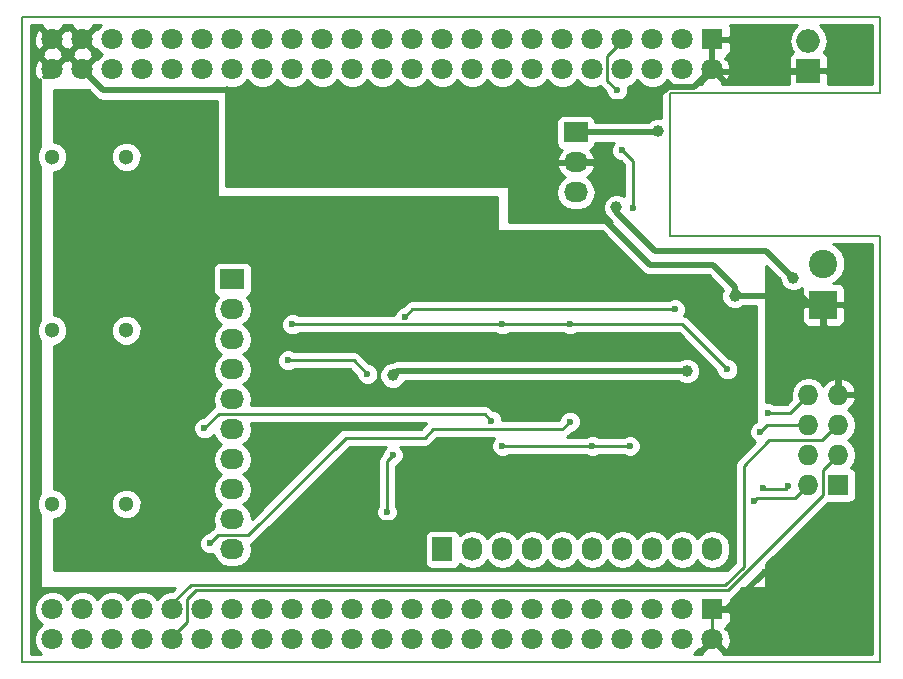
<source format=gbr>
G04 #@! TF.FileFunction,Copper,L2,Bot,Signal*
%FSLAX46Y46*%
G04 Gerber Fmt 4.6, Leading zero omitted, Abs format (unit mm)*
G04 Created by KiCad (PCBNEW 4.0.2+dfsg1-stable) date Fri 21 Oct 2016 21:41:57 CEST*
%MOMM*%
G01*
G04 APERTURE LIST*
%ADD10C,0.100000*%
%ADD11C,0.150000*%
%ADD12R,1.727200X1.727200*%
%ADD13O,1.727200X1.727200*%
%ADD14R,1.800000X1.800000*%
%ADD15C,1.800000*%
%ADD16R,2.032000X1.727200*%
%ADD17O,2.032000X1.727200*%
%ADD18R,1.727200X2.032000*%
%ADD19O,1.727200X2.032000*%
%ADD20O,1.998980X1.998980*%
%ADD21R,1.998980X1.998980*%
%ADD22C,1.300000*%
%ADD23C,2.400000*%
%ADD24R,2.400000X2.400000*%
%ADD25C,0.600000*%
%ADD26C,1.000000*%
%ADD27C,0.250000*%
%ADD28C,0.500000*%
%ADD29C,0.254000*%
G04 APERTURE END LIST*
D10*
D11*
X72644000Y48196500D02*
X72644000Y54610000D01*
X72644000Y36068000D02*
X72644000Y0D01*
X54800500Y36068000D02*
X72644000Y36068000D01*
X54800500Y48196500D02*
X54800500Y36068000D01*
X72644000Y48196500D02*
X54800500Y48196500D01*
X72644000Y0D02*
X0Y0D01*
X0Y54610000D02*
X72644000Y54610000D01*
X0Y0D02*
X0Y54610000D01*
D12*
X69088000Y14986000D03*
D13*
X66548000Y14986000D03*
X69088000Y17526000D03*
X66548000Y17526000D03*
X69088000Y20066000D03*
X66548000Y20066000D03*
X69088000Y22606000D03*
X66548000Y22606000D03*
D14*
X58420000Y52705000D03*
D15*
X58420000Y50165000D03*
X55880000Y52705000D03*
X55880000Y50165000D03*
X53340000Y52705000D03*
X53340000Y50165000D03*
X50800000Y52705000D03*
X50800000Y50165000D03*
X48260000Y52705000D03*
X48260000Y50165000D03*
X45720000Y52705000D03*
X45720000Y50165000D03*
X43180000Y52705000D03*
X43180000Y50165000D03*
X40640000Y52705000D03*
X40640000Y50165000D03*
X38100000Y52705000D03*
X38100000Y50165000D03*
X35560000Y52705000D03*
X35560000Y50165000D03*
X33020000Y52705000D03*
X33020000Y50165000D03*
X30480000Y52705000D03*
X30480000Y50165000D03*
X27940000Y52705000D03*
X27940000Y50165000D03*
X25400000Y52705000D03*
X25400000Y50165000D03*
X22860000Y52705000D03*
X22860000Y50165000D03*
X20320000Y52705000D03*
X20320000Y50165000D03*
X17780000Y52705000D03*
X17780000Y50165000D03*
X15240000Y52705000D03*
X15240000Y50165000D03*
X12700000Y52705000D03*
X12700000Y50165000D03*
X10160000Y52705000D03*
X10160000Y50165000D03*
X7620000Y52705000D03*
X7620000Y50165000D03*
X5080000Y52705000D03*
X5080000Y50165000D03*
X2540000Y52705000D03*
X2540000Y50165000D03*
D14*
X58420000Y4445000D03*
D15*
X58420000Y1905000D03*
X55880000Y4445000D03*
X55880000Y1905000D03*
X53340000Y4445000D03*
X53340000Y1905000D03*
X50800000Y4445000D03*
X50800000Y1905000D03*
X48260000Y4445000D03*
X48260000Y1905000D03*
X45720000Y4445000D03*
X45720000Y1905000D03*
X43180000Y4445000D03*
X43180000Y1905000D03*
X40640000Y4445000D03*
X40640000Y1905000D03*
X38100000Y4445000D03*
X38100000Y1905000D03*
X35560000Y4445000D03*
X35560000Y1905000D03*
X33020000Y4445000D03*
X33020000Y1905000D03*
X30480000Y4445000D03*
X30480000Y1905000D03*
X27940000Y4445000D03*
X27940000Y1905000D03*
X25400000Y4445000D03*
X25400000Y1905000D03*
X22860000Y4445000D03*
X22860000Y1905000D03*
X20320000Y4445000D03*
X20320000Y1905000D03*
X17780000Y4445000D03*
X17780000Y1905000D03*
X15240000Y4445000D03*
X15240000Y1905000D03*
X12700000Y4445000D03*
X12700000Y1905000D03*
X10160000Y4445000D03*
X10160000Y1905000D03*
X7620000Y4445000D03*
X7620000Y1905000D03*
X5080000Y4445000D03*
X5080000Y1905000D03*
X2540000Y4445000D03*
X2540000Y1905000D03*
D16*
X17780000Y32385000D03*
D17*
X17780000Y29845000D03*
X17780000Y27305000D03*
X17780000Y24765000D03*
X17780000Y22225000D03*
X17780000Y19685000D03*
X17780000Y17145000D03*
X17780000Y14605000D03*
X17780000Y12065000D03*
X17780000Y9525000D03*
D18*
X35560000Y9525000D03*
D19*
X38100000Y9525000D03*
X40640000Y9525000D03*
X43180000Y9525000D03*
X45720000Y9525000D03*
X48260000Y9525000D03*
X50800000Y9525000D03*
X53340000Y9525000D03*
X55880000Y9525000D03*
X58420000Y9525000D03*
D16*
X46863000Y44831000D03*
D17*
X46863000Y42291000D03*
X46863000Y39751000D03*
D20*
X66548000Y52578000D03*
D21*
X66548000Y50038000D03*
D22*
X2500000Y42775000D03*
X8800000Y42775000D03*
X2500000Y28075000D03*
X8800000Y28075000D03*
X2500000Y13375000D03*
X8800000Y13375000D03*
D23*
X67818000Y33726000D03*
D24*
X67818000Y30226000D03*
D25*
X51435000Y18288000D03*
X22860000Y28575000D03*
X40640000Y28575000D03*
X46355000Y28575000D03*
X59690000Y24765000D03*
X30861000Y12700000D03*
X31369000Y17526000D03*
X40640000Y18288000D03*
X48260000Y18288000D03*
D26*
X50546000Y40068500D03*
X33629600Y48285400D03*
X44386500Y48577500D03*
X60325000Y30988000D03*
X56261000Y24638000D03*
X31369000Y24257000D03*
D25*
X62865000Y7620000D03*
X15417800Y19786600D03*
X39700200Y20421600D03*
X22479000Y25527000D03*
X29210000Y24384000D03*
X15875000Y10033000D03*
X46355000Y20345400D03*
D26*
X53784500Y44958000D03*
D25*
X50355500Y48387000D03*
X50800000Y43307000D03*
X51689000Y38417500D03*
X55245000Y29845000D03*
X32385000Y29210000D03*
D26*
X65278000Y32512000D03*
X50292000Y38481000D03*
D25*
X64846200Y14884400D03*
X62712600Y14757400D03*
X63119000Y21082000D03*
X61976000Y13589000D03*
X62458600Y19481800D03*
X56134000Y32258000D03*
X43180000Y32004000D03*
X31750000Y32004000D03*
X21336000Y33020000D03*
X27178000Y20066000D03*
X27178000Y15494000D03*
X32766000Y20066000D03*
X21590000Y19812000D03*
X20828000Y14224000D03*
X22402800Y11912600D03*
X56743600Y14655800D03*
X12674600Y15976600D03*
X12903200Y25095200D03*
X12598400Y31292800D03*
X12877800Y40055800D03*
X60261500Y26352500D03*
X60325000Y28956000D03*
D27*
X48260000Y18288000D02*
X51435000Y18288000D01*
X40640000Y28575000D02*
X22860000Y28575000D01*
X46355000Y28575000D02*
X40640000Y28575000D01*
X55880000Y28575000D02*
X46355000Y28575000D01*
X59690000Y24765000D02*
X55880000Y28575000D01*
X30861000Y17018000D02*
X30861000Y12700000D01*
X31369000Y17526000D02*
X30861000Y17018000D01*
X48260000Y18288000D02*
X40640000Y18288000D01*
D28*
X48888650Y41840150D02*
X48888650Y41725850D01*
X48888650Y41725850D02*
X50546000Y40068500D01*
X67818000Y30226000D02*
X67818000Y25400000D01*
X69088000Y24130000D02*
X69088000Y22606000D01*
X67818000Y25400000D02*
X69088000Y24130000D01*
X67818000Y30226000D02*
X66675000Y30226000D01*
X66675000Y30226000D02*
X65913000Y30988000D01*
X65913000Y30988000D02*
X60325000Y30988000D01*
X6832600Y48412400D02*
X5080000Y50165000D01*
X33502600Y48412400D02*
X6832600Y48412400D01*
X33629600Y48285400D02*
X33502600Y48412400D01*
X60325000Y30988000D02*
X60325000Y31750000D01*
X48437800Y42291000D02*
X46926500Y42291000D01*
X48920400Y41808400D02*
X48888650Y41840150D01*
X48888650Y41840150D02*
X48437800Y42291000D01*
X48920400Y37820600D02*
X48920400Y41808400D01*
X53124100Y33616900D02*
X48920400Y37820600D01*
X58458100Y33616900D02*
X53124100Y33616900D01*
X60325000Y31750000D02*
X58458100Y33616900D01*
X58420000Y50165000D02*
X58356500Y50165000D01*
X58356500Y50165000D02*
X56896000Y48704500D01*
X45593000Y47371000D02*
X44386500Y48577500D01*
X53340000Y47371000D02*
X45593000Y47371000D01*
X54673500Y48704500D02*
X53340000Y47371000D01*
X56896000Y48704500D02*
X54673500Y48704500D01*
X47752000Y42291000D02*
X46926500Y42291000D01*
X66357500Y49974500D02*
X58610500Y49974500D01*
X58610500Y49974500D02*
X58420000Y50165000D01*
X58420000Y50165000D02*
X58420000Y52705000D01*
X60579000Y31242000D02*
X60325000Y30988000D01*
X31750000Y24638000D02*
X56261000Y24638000D01*
X31369000Y24257000D02*
X31750000Y24638000D01*
D27*
X58420000Y4445000D02*
X58420000Y1905000D01*
D28*
X59690000Y4445000D02*
X58420000Y4445000D01*
X62865000Y7620000D02*
X59690000Y4445000D01*
D27*
X16611600Y20980400D02*
X15417800Y19786600D01*
X39141400Y20980400D02*
X16611600Y20980400D01*
X39700200Y20421600D02*
X39141400Y20980400D01*
X28067000Y25527000D02*
X22479000Y25527000D01*
X29210000Y24384000D02*
X28067000Y25527000D01*
X16560800Y10718800D02*
X15875000Y10033000D01*
X19100800Y10718800D02*
X16560800Y10718800D01*
X27381200Y18999200D02*
X19100800Y10718800D01*
X34061400Y18999200D02*
X27381200Y18999200D01*
X34747200Y19685000D02*
X34061400Y18999200D01*
X45694600Y19685000D02*
X34747200Y19685000D01*
X46355000Y20345400D02*
X45694600Y19685000D01*
D28*
X53657500Y44831000D02*
X46863000Y44831000D01*
X53784500Y44958000D02*
X53657500Y44831000D01*
D27*
X49530000Y49212500D02*
X50355500Y48387000D01*
X49530000Y51308000D02*
X49530000Y49212500D01*
X49530000Y51308000D02*
X50800000Y52578000D01*
X51689000Y38417500D02*
X51689000Y42418000D01*
X51689000Y42418000D02*
X50800000Y43307000D01*
X50800000Y52705000D02*
X50800000Y52578000D01*
X33020000Y29845000D02*
X55245000Y29845000D01*
X32385000Y29210000D02*
X33020000Y29845000D01*
D28*
X62992000Y34798000D02*
X53594000Y34798000D01*
X65278000Y32512000D02*
X62992000Y34798000D01*
X50292000Y38100000D02*
X50292000Y38481000D01*
X53594000Y34798000D02*
X50292000Y38100000D01*
D27*
X62712600Y14757400D02*
X62814200Y14655800D01*
X64846200Y14884400D02*
X64617600Y14655800D01*
X64617600Y14655800D02*
X62814200Y14655800D01*
X63119000Y21082000D02*
X65024000Y21082000D01*
X65024000Y21082000D02*
X66548000Y22606000D01*
X65405000Y13843000D02*
X66548000Y14986000D01*
X62230000Y13843000D02*
X65405000Y13843000D01*
X61976000Y13589000D02*
X62230000Y13843000D01*
X66548000Y20066000D02*
X63042800Y20066000D01*
X63042800Y20066000D02*
X62458600Y19481800D01*
X67792600Y14147800D02*
X67792600Y16230600D01*
X59715400Y6070600D02*
X67792600Y14147800D01*
X14706600Y6070600D02*
X59715400Y6070600D01*
X13970000Y5334000D02*
X14706600Y6070600D01*
X13970000Y3352800D02*
X13970000Y5334000D01*
X12700000Y2082800D02*
X13970000Y3352800D01*
X67792600Y16230600D02*
X69088000Y17526000D01*
X12700000Y1905000D02*
X12700000Y2082800D01*
X63119000Y18669000D02*
X63246000Y18796000D01*
X12700000Y4953000D02*
X14267602Y6520602D01*
X59529004Y6520602D02*
X14267602Y6520602D01*
X61087000Y8078598D02*
X59529004Y6520602D01*
X61087000Y16611600D02*
X61087000Y8078598D01*
X63119000Y18669000D02*
X61087000Y16611600D01*
X67691000Y18796000D02*
X68961000Y20066000D01*
X63246000Y18796000D02*
X67691000Y18796000D01*
X68961000Y20066000D02*
X69088000Y20066000D01*
X12700000Y4953000D02*
X12700000Y4445000D01*
X56134000Y32258000D02*
X57023000Y32258000D01*
X57023000Y32258000D02*
X60325000Y28956000D01*
X43180000Y32004000D02*
X55880000Y32004000D01*
X55880000Y32004000D02*
X56134000Y32258000D01*
X31750000Y32004000D02*
X43180000Y32004000D01*
X22352000Y32004000D02*
X31750000Y32004000D01*
X21336000Y33020000D02*
X22352000Y32004000D01*
X32766000Y20066000D02*
X27178000Y20066000D01*
X27178000Y11912600D02*
X27178000Y15494000D01*
X21590000Y19812000D02*
X21590000Y19558000D01*
X54000400Y11912600D02*
X27178000Y11912600D01*
X27178000Y11912600D02*
X22402800Y11912600D01*
X56743600Y14655800D02*
X54000400Y11912600D01*
X12674600Y24866600D02*
X12674600Y15976600D01*
X12903200Y25095200D02*
X12674600Y24866600D01*
X12598400Y39776400D02*
X12598400Y31292800D01*
X12877800Y40055800D02*
X12598400Y39776400D01*
X60261500Y26352500D02*
X60325000Y26416000D01*
X60325000Y26416000D02*
X60325000Y28956000D01*
D29*
G36*
X6206808Y47786613D02*
X6206810Y47786610D01*
X6493925Y47594767D01*
X6550116Y47583590D01*
X6832600Y47527399D01*
X6832605Y47527400D01*
X16510000Y47527400D01*
X16510000Y39497000D01*
X16520006Y39447590D01*
X16548447Y39405965D01*
X16590841Y39378685D01*
X16637000Y39370000D01*
X40195500Y39370000D01*
X40195500Y36576000D01*
X40205506Y36526590D01*
X40233947Y36484965D01*
X40276341Y36457685D01*
X40322500Y36449000D01*
X49040420Y36449000D01*
X52498308Y32991113D01*
X52498310Y32991110D01*
X52690154Y32862925D01*
X52785426Y32799266D01*
X53124100Y32731899D01*
X53124105Y32731900D01*
X58091520Y32731900D01*
X59312978Y31510443D01*
X59190197Y31214756D01*
X59189803Y30763225D01*
X59362233Y30345914D01*
X59681235Y30026355D01*
X60098244Y29853197D01*
X60549775Y29852803D01*
X60967086Y30025233D01*
X61044989Y30103000D01*
X62103000Y30103000D01*
X62103000Y20346541D01*
X61929657Y20274917D01*
X61666408Y20012127D01*
X61523762Y19668599D01*
X61523438Y19296633D01*
X61665483Y18952857D01*
X61928273Y18689608D01*
X62029607Y18647530D01*
X60546271Y17145653D01*
X60465892Y17023725D01*
X60384852Y16902439D01*
X60384383Y16900081D01*
X60383059Y16898073D01*
X60355475Y16754750D01*
X60327000Y16611600D01*
X60327000Y8393400D01*
X59680600Y7747000D01*
X2667000Y7747000D01*
X2667000Y12089853D01*
X2754481Y12089777D01*
X3226943Y12284995D01*
X3588735Y12646155D01*
X3784777Y13118276D01*
X3784778Y13120519D01*
X7514777Y13120519D01*
X7709995Y12648057D01*
X8071155Y12286265D01*
X8543276Y12090223D01*
X9054481Y12089777D01*
X9526943Y12284995D01*
X9888735Y12646155D01*
X10084777Y13118276D01*
X10085223Y13629481D01*
X9890005Y14101943D01*
X9528845Y14463735D01*
X9056724Y14659777D01*
X8545519Y14660223D01*
X8073057Y14465005D01*
X7711265Y14103845D01*
X7515223Y13631724D01*
X7514777Y13120519D01*
X3784778Y13120519D01*
X3785223Y13629481D01*
X3590005Y14101943D01*
X3228845Y14463735D01*
X2756724Y14659777D01*
X2667000Y14659855D01*
X2667000Y19601433D01*
X14482638Y19601433D01*
X14624683Y19257657D01*
X14887473Y18994408D01*
X15231001Y18851762D01*
X15602967Y18851438D01*
X15946743Y18993483D01*
X16186582Y19232904D01*
X16210729Y19111511D01*
X16535585Y18625330D01*
X16850366Y18415000D01*
X16535585Y18204670D01*
X16210729Y17718489D01*
X16096655Y17145000D01*
X16210729Y16571511D01*
X16535585Y16085330D01*
X16850366Y15875000D01*
X16535585Y15664670D01*
X16210729Y15178489D01*
X16096655Y14605000D01*
X16210729Y14031511D01*
X16535585Y13545330D01*
X16850366Y13335000D01*
X16535585Y13124670D01*
X16210729Y12638489D01*
X16096655Y12065000D01*
X16210729Y11491511D01*
X16261607Y11415366D01*
X16023399Y11256201D01*
X15735320Y10968122D01*
X15689833Y10968162D01*
X15346057Y10826117D01*
X15082808Y10563327D01*
X14940162Y10219799D01*
X14939838Y9847833D01*
X15081883Y9504057D01*
X15344673Y9240808D01*
X15688201Y9098162D01*
X16060167Y9097838D01*
X16172399Y9144211D01*
X16210729Y8951511D01*
X16535585Y8465330D01*
X17021766Y8140474D01*
X17595255Y8026400D01*
X17964745Y8026400D01*
X18538234Y8140474D01*
X19024415Y8465330D01*
X19349271Y8951511D01*
X19463345Y9525000D01*
X19366542Y10011660D01*
X19391639Y10016652D01*
X19638201Y10181399D01*
X19997802Y10541000D01*
X34048960Y10541000D01*
X34048960Y8509000D01*
X34093238Y8273683D01*
X34232310Y8057559D01*
X34444510Y7912569D01*
X34696400Y7861560D01*
X36423600Y7861560D01*
X36658917Y7905838D01*
X36875041Y8044910D01*
X37020031Y8257110D01*
X37028400Y8298439D01*
X37040330Y8280585D01*
X37526511Y7955729D01*
X38100000Y7841655D01*
X38673489Y7955729D01*
X39159670Y8280585D01*
X39370000Y8595366D01*
X39580330Y8280585D01*
X40066511Y7955729D01*
X40640000Y7841655D01*
X41213489Y7955729D01*
X41699670Y8280585D01*
X41910000Y8595366D01*
X42120330Y8280585D01*
X42606511Y7955729D01*
X43180000Y7841655D01*
X43753489Y7955729D01*
X44239670Y8280585D01*
X44450000Y8595366D01*
X44660330Y8280585D01*
X45146511Y7955729D01*
X45720000Y7841655D01*
X46293489Y7955729D01*
X46779670Y8280585D01*
X46990000Y8595366D01*
X47200330Y8280585D01*
X47686511Y7955729D01*
X48260000Y7841655D01*
X48833489Y7955729D01*
X49319670Y8280585D01*
X49530000Y8595366D01*
X49740330Y8280585D01*
X50226511Y7955729D01*
X50800000Y7841655D01*
X51373489Y7955729D01*
X51859670Y8280585D01*
X52070000Y8595366D01*
X52280330Y8280585D01*
X52766511Y7955729D01*
X53340000Y7841655D01*
X53913489Y7955729D01*
X54399670Y8280585D01*
X54610000Y8595366D01*
X54820330Y8280585D01*
X55306511Y7955729D01*
X55880000Y7841655D01*
X56453489Y7955729D01*
X56939670Y8280585D01*
X57150000Y8595366D01*
X57360330Y8280585D01*
X57846511Y7955729D01*
X58420000Y7841655D01*
X58993489Y7955729D01*
X59479670Y8280585D01*
X59804526Y8766766D01*
X59918600Y9340255D01*
X59918600Y9709745D01*
X59804526Y10283234D01*
X59479670Y10769415D01*
X58993489Y11094271D01*
X58420000Y11208345D01*
X57846511Y11094271D01*
X57360330Y10769415D01*
X57150000Y10454634D01*
X56939670Y10769415D01*
X56453489Y11094271D01*
X55880000Y11208345D01*
X55306511Y11094271D01*
X54820330Y10769415D01*
X54610000Y10454634D01*
X54399670Y10769415D01*
X53913489Y11094271D01*
X53340000Y11208345D01*
X52766511Y11094271D01*
X52280330Y10769415D01*
X52070000Y10454634D01*
X51859670Y10769415D01*
X51373489Y11094271D01*
X50800000Y11208345D01*
X50226511Y11094271D01*
X49740330Y10769415D01*
X49530000Y10454634D01*
X49319670Y10769415D01*
X48833489Y11094271D01*
X48260000Y11208345D01*
X47686511Y11094271D01*
X47200330Y10769415D01*
X46990000Y10454634D01*
X46779670Y10769415D01*
X46293489Y11094271D01*
X45720000Y11208345D01*
X45146511Y11094271D01*
X44660330Y10769415D01*
X44450000Y10454634D01*
X44239670Y10769415D01*
X43753489Y11094271D01*
X43180000Y11208345D01*
X42606511Y11094271D01*
X42120330Y10769415D01*
X41910000Y10454634D01*
X41699670Y10769415D01*
X41213489Y11094271D01*
X40640000Y11208345D01*
X40066511Y11094271D01*
X39580330Y10769415D01*
X39370000Y10454634D01*
X39159670Y10769415D01*
X38673489Y11094271D01*
X38100000Y11208345D01*
X37526511Y11094271D01*
X37040330Y10769415D01*
X37030757Y10755087D01*
X37026762Y10776317D01*
X36887690Y10992441D01*
X36675490Y11137431D01*
X36423600Y11188440D01*
X34696400Y11188440D01*
X34461083Y11144162D01*
X34244959Y11005090D01*
X34099969Y10792890D01*
X34048960Y10541000D01*
X19997802Y10541000D01*
X27696002Y18239200D01*
X30760000Y18239200D01*
X30576808Y18056327D01*
X30434162Y17712799D01*
X30434121Y17665923D01*
X30323599Y17555401D01*
X30158852Y17308839D01*
X30101000Y17018000D01*
X30101000Y13262463D01*
X30068808Y13230327D01*
X29926162Y12886799D01*
X29925838Y12514833D01*
X30067883Y12171057D01*
X30330673Y11907808D01*
X30674201Y11765162D01*
X31046167Y11764838D01*
X31389943Y11906883D01*
X31653192Y12169673D01*
X31795838Y12513201D01*
X31796162Y12885167D01*
X31654117Y13228943D01*
X31621000Y13262118D01*
X31621000Y16618453D01*
X31897943Y16732883D01*
X32161192Y16995673D01*
X32303838Y17339201D01*
X32304162Y17711167D01*
X32162117Y18054943D01*
X31978181Y18239200D01*
X34061400Y18239200D01*
X34352239Y18297052D01*
X34598801Y18461799D01*
X35062002Y18925000D01*
X39954667Y18925000D01*
X39847808Y18818327D01*
X39705162Y18474799D01*
X39704838Y18102833D01*
X39846883Y17759057D01*
X40109673Y17495808D01*
X40453201Y17353162D01*
X40825167Y17352838D01*
X41168943Y17494883D01*
X41202118Y17528000D01*
X47697537Y17528000D01*
X47729673Y17495808D01*
X48073201Y17353162D01*
X48445167Y17352838D01*
X48788943Y17494883D01*
X48822118Y17528000D01*
X50872537Y17528000D01*
X50904673Y17495808D01*
X51248201Y17353162D01*
X51620167Y17352838D01*
X51963943Y17494883D01*
X52227192Y17757673D01*
X52369838Y18101201D01*
X52370162Y18473167D01*
X52228117Y18816943D01*
X51965327Y19080192D01*
X51621799Y19222838D01*
X51249833Y19223162D01*
X50906057Y19081117D01*
X50872882Y19048000D01*
X48822463Y19048000D01*
X48790327Y19080192D01*
X48446799Y19222838D01*
X48074833Y19223162D01*
X47731057Y19081117D01*
X47697882Y19048000D01*
X46082940Y19048000D01*
X46232001Y19147599D01*
X46494680Y19410278D01*
X46540167Y19410238D01*
X46883943Y19552283D01*
X47147192Y19815073D01*
X47289838Y20158601D01*
X47290162Y20530567D01*
X47148117Y20874343D01*
X46885327Y21137592D01*
X46541799Y21280238D01*
X46169833Y21280562D01*
X45826057Y21138517D01*
X45562808Y20875727D01*
X45420162Y20532199D01*
X45420121Y20485323D01*
X45379798Y20445000D01*
X40635221Y20445000D01*
X40635362Y20606767D01*
X40493317Y20950543D01*
X40230527Y21213792D01*
X39886999Y21356438D01*
X39840123Y21356479D01*
X39678801Y21517801D01*
X39432239Y21682548D01*
X39141400Y21740400D01*
X19366952Y21740400D01*
X19463345Y22225000D01*
X19349271Y22798489D01*
X19024415Y23284670D01*
X18709634Y23495000D01*
X19024415Y23705330D01*
X19349271Y24191511D01*
X19463345Y24765000D01*
X19349271Y25338489D01*
X19347037Y25341833D01*
X21543838Y25341833D01*
X21685883Y24998057D01*
X21948673Y24734808D01*
X22292201Y24592162D01*
X22664167Y24591838D01*
X23007943Y24733883D01*
X23041118Y24767000D01*
X27752198Y24767000D01*
X28274878Y24244320D01*
X28274838Y24198833D01*
X28416883Y23855057D01*
X28679673Y23591808D01*
X29023201Y23449162D01*
X29395167Y23448838D01*
X29738943Y23590883D01*
X30002192Y23853673D01*
X30076333Y24032225D01*
X30233803Y24032225D01*
X30406233Y23614914D01*
X30725235Y23295355D01*
X31142244Y23122197D01*
X31593775Y23121803D01*
X32011086Y23294233D01*
X32330645Y23613235D01*
X32388681Y23753000D01*
X55540724Y23753000D01*
X55617235Y23676355D01*
X56034244Y23503197D01*
X56485775Y23502803D01*
X56903086Y23675233D01*
X57222645Y23994235D01*
X57395803Y24411244D01*
X57396197Y24862775D01*
X57223767Y25280086D01*
X56904765Y25599645D01*
X56487756Y25772803D01*
X56036225Y25773197D01*
X55618914Y25600767D01*
X55541011Y25523000D01*
X31750000Y25523000D01*
X31411325Y25455633D01*
X31316161Y25392047D01*
X31144225Y25392197D01*
X30726914Y25219767D01*
X30407355Y24900765D01*
X30234197Y24483756D01*
X30233803Y24032225D01*
X30076333Y24032225D01*
X30144838Y24197201D01*
X30145162Y24569167D01*
X30003117Y24912943D01*
X29740327Y25176192D01*
X29396799Y25318838D01*
X29349923Y25318879D01*
X28604401Y26064401D01*
X28357839Y26229148D01*
X28067000Y26287000D01*
X23041463Y26287000D01*
X23009327Y26319192D01*
X22665799Y26461838D01*
X22293833Y26462162D01*
X21950057Y26320117D01*
X21686808Y26057327D01*
X21544162Y25713799D01*
X21543838Y25341833D01*
X19347037Y25341833D01*
X19024415Y25824670D01*
X18709634Y26035000D01*
X19024415Y26245330D01*
X19349271Y26731511D01*
X19463345Y27305000D01*
X19349271Y27878489D01*
X19024415Y28364670D01*
X18986756Y28389833D01*
X21924838Y28389833D01*
X22066883Y28046057D01*
X22329673Y27782808D01*
X22673201Y27640162D01*
X23045167Y27639838D01*
X23388943Y27781883D01*
X23422118Y27815000D01*
X40077537Y27815000D01*
X40109673Y27782808D01*
X40453201Y27640162D01*
X40825167Y27639838D01*
X41168943Y27781883D01*
X41202118Y27815000D01*
X45792537Y27815000D01*
X45824673Y27782808D01*
X46168201Y27640162D01*
X46540167Y27639838D01*
X46883943Y27781883D01*
X46917118Y27815000D01*
X55565198Y27815000D01*
X58754878Y24625320D01*
X58754838Y24579833D01*
X58896883Y24236057D01*
X59159673Y23972808D01*
X59503201Y23830162D01*
X59875167Y23829838D01*
X60218943Y23971883D01*
X60482192Y24234673D01*
X60624838Y24578201D01*
X60625162Y24950167D01*
X60483117Y25293943D01*
X60220327Y25557192D01*
X59876799Y25699838D01*
X59829923Y25699879D01*
X56417401Y29112401D01*
X56170839Y29277148D01*
X56028053Y29305550D01*
X56037192Y29314673D01*
X56179838Y29658201D01*
X56180162Y30030167D01*
X56038117Y30373943D01*
X55775327Y30637192D01*
X55431799Y30779838D01*
X55059833Y30780162D01*
X54716057Y30638117D01*
X54682882Y30605000D01*
X33020000Y30605000D01*
X32729161Y30547148D01*
X32482599Y30382401D01*
X32245320Y30145122D01*
X32199833Y30145162D01*
X31856057Y30003117D01*
X31592808Y29740327D01*
X31450162Y29396799D01*
X31450108Y29335000D01*
X23422463Y29335000D01*
X23390327Y29367192D01*
X23046799Y29509838D01*
X22674833Y29510162D01*
X22331057Y29368117D01*
X22067808Y29105327D01*
X21925162Y28761799D01*
X21924838Y28389833D01*
X18986756Y28389833D01*
X18709634Y28575000D01*
X19024415Y28785330D01*
X19349271Y29271511D01*
X19463345Y29845000D01*
X19349271Y30418489D01*
X19024415Y30904670D01*
X19010087Y30914243D01*
X19031317Y30918238D01*
X19247441Y31057310D01*
X19392431Y31269510D01*
X19443440Y31521400D01*
X19443440Y33248600D01*
X19399162Y33483917D01*
X19260090Y33700041D01*
X19047890Y33845031D01*
X18796000Y33896040D01*
X16764000Y33896040D01*
X16528683Y33851762D01*
X16312559Y33712690D01*
X16167569Y33500490D01*
X16116560Y33248600D01*
X16116560Y31521400D01*
X16160838Y31286083D01*
X16299910Y31069959D01*
X16512110Y30924969D01*
X16553439Y30916600D01*
X16535585Y30904670D01*
X16210729Y30418489D01*
X16096655Y29845000D01*
X16210729Y29271511D01*
X16535585Y28785330D01*
X16850366Y28575000D01*
X16535585Y28364670D01*
X16210729Y27878489D01*
X16096655Y27305000D01*
X16210729Y26731511D01*
X16535585Y26245330D01*
X16850366Y26035000D01*
X16535585Y25824670D01*
X16210729Y25338489D01*
X16096655Y24765000D01*
X16210729Y24191511D01*
X16535585Y23705330D01*
X16850366Y23495000D01*
X16535585Y23284670D01*
X16210729Y22798489D01*
X16096655Y22225000D01*
X16210729Y21651511D01*
X16230354Y21622140D01*
X16074199Y21517801D01*
X15278120Y20721722D01*
X15232633Y20721762D01*
X14888857Y20579717D01*
X14625608Y20316927D01*
X14482962Y19973399D01*
X14482638Y19601433D01*
X2667000Y19601433D01*
X2667000Y26789853D01*
X2754481Y26789777D01*
X3226943Y26984995D01*
X3588735Y27346155D01*
X3784777Y27818276D01*
X3784778Y27820519D01*
X7514777Y27820519D01*
X7709995Y27348057D01*
X8071155Y26986265D01*
X8543276Y26790223D01*
X9054481Y26789777D01*
X9526943Y26984995D01*
X9888735Y27346155D01*
X10084777Y27818276D01*
X10085223Y28329481D01*
X9890005Y28801943D01*
X9528845Y29163735D01*
X9056724Y29359777D01*
X8545519Y29360223D01*
X8073057Y29165005D01*
X7711265Y28803845D01*
X7515223Y28331724D01*
X7514777Y27820519D01*
X3784778Y27820519D01*
X3785223Y28329481D01*
X3590005Y28801943D01*
X3228845Y29163735D01*
X2756724Y29359777D01*
X2667000Y29359855D01*
X2667000Y41489853D01*
X2754481Y41489777D01*
X3226943Y41684995D01*
X3588735Y42046155D01*
X3784777Y42518276D01*
X3784778Y42520519D01*
X7514777Y42520519D01*
X7709995Y42048057D01*
X8071155Y41686265D01*
X8543276Y41490223D01*
X9054481Y41489777D01*
X9526943Y41684995D01*
X9888735Y42046155D01*
X10084777Y42518276D01*
X10085223Y43029481D01*
X9890005Y43501943D01*
X9528845Y43863735D01*
X9056724Y44059777D01*
X8545519Y44060223D01*
X8073057Y43865005D01*
X7711265Y43503845D01*
X7515223Y43031724D01*
X7514777Y42520519D01*
X3784778Y42520519D01*
X3785223Y43029481D01*
X3590005Y43501943D01*
X3228845Y43863735D01*
X2756724Y44059777D01*
X2667000Y44059855D01*
X2667000Y48387000D01*
X5606421Y48387000D01*
X6206808Y47786613D01*
X6206808Y47786613D01*
G37*
X6206808Y47786613D02*
X6206810Y47786610D01*
X6493925Y47594767D01*
X6550116Y47583590D01*
X6832600Y47527399D01*
X6832605Y47527400D01*
X16510000Y47527400D01*
X16510000Y39497000D01*
X16520006Y39447590D01*
X16548447Y39405965D01*
X16590841Y39378685D01*
X16637000Y39370000D01*
X40195500Y39370000D01*
X40195500Y36576000D01*
X40205506Y36526590D01*
X40233947Y36484965D01*
X40276341Y36457685D01*
X40322500Y36449000D01*
X49040420Y36449000D01*
X52498308Y32991113D01*
X52498310Y32991110D01*
X52690154Y32862925D01*
X52785426Y32799266D01*
X53124100Y32731899D01*
X53124105Y32731900D01*
X58091520Y32731900D01*
X59312978Y31510443D01*
X59190197Y31214756D01*
X59189803Y30763225D01*
X59362233Y30345914D01*
X59681235Y30026355D01*
X60098244Y29853197D01*
X60549775Y29852803D01*
X60967086Y30025233D01*
X61044989Y30103000D01*
X62103000Y30103000D01*
X62103000Y20346541D01*
X61929657Y20274917D01*
X61666408Y20012127D01*
X61523762Y19668599D01*
X61523438Y19296633D01*
X61665483Y18952857D01*
X61928273Y18689608D01*
X62029607Y18647530D01*
X60546271Y17145653D01*
X60465892Y17023725D01*
X60384852Y16902439D01*
X60384383Y16900081D01*
X60383059Y16898073D01*
X60355475Y16754750D01*
X60327000Y16611600D01*
X60327000Y8393400D01*
X59680600Y7747000D01*
X2667000Y7747000D01*
X2667000Y12089853D01*
X2754481Y12089777D01*
X3226943Y12284995D01*
X3588735Y12646155D01*
X3784777Y13118276D01*
X3784778Y13120519D01*
X7514777Y13120519D01*
X7709995Y12648057D01*
X8071155Y12286265D01*
X8543276Y12090223D01*
X9054481Y12089777D01*
X9526943Y12284995D01*
X9888735Y12646155D01*
X10084777Y13118276D01*
X10085223Y13629481D01*
X9890005Y14101943D01*
X9528845Y14463735D01*
X9056724Y14659777D01*
X8545519Y14660223D01*
X8073057Y14465005D01*
X7711265Y14103845D01*
X7515223Y13631724D01*
X7514777Y13120519D01*
X3784778Y13120519D01*
X3785223Y13629481D01*
X3590005Y14101943D01*
X3228845Y14463735D01*
X2756724Y14659777D01*
X2667000Y14659855D01*
X2667000Y19601433D01*
X14482638Y19601433D01*
X14624683Y19257657D01*
X14887473Y18994408D01*
X15231001Y18851762D01*
X15602967Y18851438D01*
X15946743Y18993483D01*
X16186582Y19232904D01*
X16210729Y19111511D01*
X16535585Y18625330D01*
X16850366Y18415000D01*
X16535585Y18204670D01*
X16210729Y17718489D01*
X16096655Y17145000D01*
X16210729Y16571511D01*
X16535585Y16085330D01*
X16850366Y15875000D01*
X16535585Y15664670D01*
X16210729Y15178489D01*
X16096655Y14605000D01*
X16210729Y14031511D01*
X16535585Y13545330D01*
X16850366Y13335000D01*
X16535585Y13124670D01*
X16210729Y12638489D01*
X16096655Y12065000D01*
X16210729Y11491511D01*
X16261607Y11415366D01*
X16023399Y11256201D01*
X15735320Y10968122D01*
X15689833Y10968162D01*
X15346057Y10826117D01*
X15082808Y10563327D01*
X14940162Y10219799D01*
X14939838Y9847833D01*
X15081883Y9504057D01*
X15344673Y9240808D01*
X15688201Y9098162D01*
X16060167Y9097838D01*
X16172399Y9144211D01*
X16210729Y8951511D01*
X16535585Y8465330D01*
X17021766Y8140474D01*
X17595255Y8026400D01*
X17964745Y8026400D01*
X18538234Y8140474D01*
X19024415Y8465330D01*
X19349271Y8951511D01*
X19463345Y9525000D01*
X19366542Y10011660D01*
X19391639Y10016652D01*
X19638201Y10181399D01*
X19997802Y10541000D01*
X34048960Y10541000D01*
X34048960Y8509000D01*
X34093238Y8273683D01*
X34232310Y8057559D01*
X34444510Y7912569D01*
X34696400Y7861560D01*
X36423600Y7861560D01*
X36658917Y7905838D01*
X36875041Y8044910D01*
X37020031Y8257110D01*
X37028400Y8298439D01*
X37040330Y8280585D01*
X37526511Y7955729D01*
X38100000Y7841655D01*
X38673489Y7955729D01*
X39159670Y8280585D01*
X39370000Y8595366D01*
X39580330Y8280585D01*
X40066511Y7955729D01*
X40640000Y7841655D01*
X41213489Y7955729D01*
X41699670Y8280585D01*
X41910000Y8595366D01*
X42120330Y8280585D01*
X42606511Y7955729D01*
X43180000Y7841655D01*
X43753489Y7955729D01*
X44239670Y8280585D01*
X44450000Y8595366D01*
X44660330Y8280585D01*
X45146511Y7955729D01*
X45720000Y7841655D01*
X46293489Y7955729D01*
X46779670Y8280585D01*
X46990000Y8595366D01*
X47200330Y8280585D01*
X47686511Y7955729D01*
X48260000Y7841655D01*
X48833489Y7955729D01*
X49319670Y8280585D01*
X49530000Y8595366D01*
X49740330Y8280585D01*
X50226511Y7955729D01*
X50800000Y7841655D01*
X51373489Y7955729D01*
X51859670Y8280585D01*
X52070000Y8595366D01*
X52280330Y8280585D01*
X52766511Y7955729D01*
X53340000Y7841655D01*
X53913489Y7955729D01*
X54399670Y8280585D01*
X54610000Y8595366D01*
X54820330Y8280585D01*
X55306511Y7955729D01*
X55880000Y7841655D01*
X56453489Y7955729D01*
X56939670Y8280585D01*
X57150000Y8595366D01*
X57360330Y8280585D01*
X57846511Y7955729D01*
X58420000Y7841655D01*
X58993489Y7955729D01*
X59479670Y8280585D01*
X59804526Y8766766D01*
X59918600Y9340255D01*
X59918600Y9709745D01*
X59804526Y10283234D01*
X59479670Y10769415D01*
X58993489Y11094271D01*
X58420000Y11208345D01*
X57846511Y11094271D01*
X57360330Y10769415D01*
X57150000Y10454634D01*
X56939670Y10769415D01*
X56453489Y11094271D01*
X55880000Y11208345D01*
X55306511Y11094271D01*
X54820330Y10769415D01*
X54610000Y10454634D01*
X54399670Y10769415D01*
X53913489Y11094271D01*
X53340000Y11208345D01*
X52766511Y11094271D01*
X52280330Y10769415D01*
X52070000Y10454634D01*
X51859670Y10769415D01*
X51373489Y11094271D01*
X50800000Y11208345D01*
X50226511Y11094271D01*
X49740330Y10769415D01*
X49530000Y10454634D01*
X49319670Y10769415D01*
X48833489Y11094271D01*
X48260000Y11208345D01*
X47686511Y11094271D01*
X47200330Y10769415D01*
X46990000Y10454634D01*
X46779670Y10769415D01*
X46293489Y11094271D01*
X45720000Y11208345D01*
X45146511Y11094271D01*
X44660330Y10769415D01*
X44450000Y10454634D01*
X44239670Y10769415D01*
X43753489Y11094271D01*
X43180000Y11208345D01*
X42606511Y11094271D01*
X42120330Y10769415D01*
X41910000Y10454634D01*
X41699670Y10769415D01*
X41213489Y11094271D01*
X40640000Y11208345D01*
X40066511Y11094271D01*
X39580330Y10769415D01*
X39370000Y10454634D01*
X39159670Y10769415D01*
X38673489Y11094271D01*
X38100000Y11208345D01*
X37526511Y11094271D01*
X37040330Y10769415D01*
X37030757Y10755087D01*
X37026762Y10776317D01*
X36887690Y10992441D01*
X36675490Y11137431D01*
X36423600Y11188440D01*
X34696400Y11188440D01*
X34461083Y11144162D01*
X34244959Y11005090D01*
X34099969Y10792890D01*
X34048960Y10541000D01*
X19997802Y10541000D01*
X27696002Y18239200D01*
X30760000Y18239200D01*
X30576808Y18056327D01*
X30434162Y17712799D01*
X30434121Y17665923D01*
X30323599Y17555401D01*
X30158852Y17308839D01*
X30101000Y17018000D01*
X30101000Y13262463D01*
X30068808Y13230327D01*
X29926162Y12886799D01*
X29925838Y12514833D01*
X30067883Y12171057D01*
X30330673Y11907808D01*
X30674201Y11765162D01*
X31046167Y11764838D01*
X31389943Y11906883D01*
X31653192Y12169673D01*
X31795838Y12513201D01*
X31796162Y12885167D01*
X31654117Y13228943D01*
X31621000Y13262118D01*
X31621000Y16618453D01*
X31897943Y16732883D01*
X32161192Y16995673D01*
X32303838Y17339201D01*
X32304162Y17711167D01*
X32162117Y18054943D01*
X31978181Y18239200D01*
X34061400Y18239200D01*
X34352239Y18297052D01*
X34598801Y18461799D01*
X35062002Y18925000D01*
X39954667Y18925000D01*
X39847808Y18818327D01*
X39705162Y18474799D01*
X39704838Y18102833D01*
X39846883Y17759057D01*
X40109673Y17495808D01*
X40453201Y17353162D01*
X40825167Y17352838D01*
X41168943Y17494883D01*
X41202118Y17528000D01*
X47697537Y17528000D01*
X47729673Y17495808D01*
X48073201Y17353162D01*
X48445167Y17352838D01*
X48788943Y17494883D01*
X48822118Y17528000D01*
X50872537Y17528000D01*
X50904673Y17495808D01*
X51248201Y17353162D01*
X51620167Y17352838D01*
X51963943Y17494883D01*
X52227192Y17757673D01*
X52369838Y18101201D01*
X52370162Y18473167D01*
X52228117Y18816943D01*
X51965327Y19080192D01*
X51621799Y19222838D01*
X51249833Y19223162D01*
X50906057Y19081117D01*
X50872882Y19048000D01*
X48822463Y19048000D01*
X48790327Y19080192D01*
X48446799Y19222838D01*
X48074833Y19223162D01*
X47731057Y19081117D01*
X47697882Y19048000D01*
X46082940Y19048000D01*
X46232001Y19147599D01*
X46494680Y19410278D01*
X46540167Y19410238D01*
X46883943Y19552283D01*
X47147192Y19815073D01*
X47289838Y20158601D01*
X47290162Y20530567D01*
X47148117Y20874343D01*
X46885327Y21137592D01*
X46541799Y21280238D01*
X46169833Y21280562D01*
X45826057Y21138517D01*
X45562808Y20875727D01*
X45420162Y20532199D01*
X45420121Y20485323D01*
X45379798Y20445000D01*
X40635221Y20445000D01*
X40635362Y20606767D01*
X40493317Y20950543D01*
X40230527Y21213792D01*
X39886999Y21356438D01*
X39840123Y21356479D01*
X39678801Y21517801D01*
X39432239Y21682548D01*
X39141400Y21740400D01*
X19366952Y21740400D01*
X19463345Y22225000D01*
X19349271Y22798489D01*
X19024415Y23284670D01*
X18709634Y23495000D01*
X19024415Y23705330D01*
X19349271Y24191511D01*
X19463345Y24765000D01*
X19349271Y25338489D01*
X19347037Y25341833D01*
X21543838Y25341833D01*
X21685883Y24998057D01*
X21948673Y24734808D01*
X22292201Y24592162D01*
X22664167Y24591838D01*
X23007943Y24733883D01*
X23041118Y24767000D01*
X27752198Y24767000D01*
X28274878Y24244320D01*
X28274838Y24198833D01*
X28416883Y23855057D01*
X28679673Y23591808D01*
X29023201Y23449162D01*
X29395167Y23448838D01*
X29738943Y23590883D01*
X30002192Y23853673D01*
X30076333Y24032225D01*
X30233803Y24032225D01*
X30406233Y23614914D01*
X30725235Y23295355D01*
X31142244Y23122197D01*
X31593775Y23121803D01*
X32011086Y23294233D01*
X32330645Y23613235D01*
X32388681Y23753000D01*
X55540724Y23753000D01*
X55617235Y23676355D01*
X56034244Y23503197D01*
X56485775Y23502803D01*
X56903086Y23675233D01*
X57222645Y23994235D01*
X57395803Y24411244D01*
X57396197Y24862775D01*
X57223767Y25280086D01*
X56904765Y25599645D01*
X56487756Y25772803D01*
X56036225Y25773197D01*
X55618914Y25600767D01*
X55541011Y25523000D01*
X31750000Y25523000D01*
X31411325Y25455633D01*
X31316161Y25392047D01*
X31144225Y25392197D01*
X30726914Y25219767D01*
X30407355Y24900765D01*
X30234197Y24483756D01*
X30233803Y24032225D01*
X30076333Y24032225D01*
X30144838Y24197201D01*
X30145162Y24569167D01*
X30003117Y24912943D01*
X29740327Y25176192D01*
X29396799Y25318838D01*
X29349923Y25318879D01*
X28604401Y26064401D01*
X28357839Y26229148D01*
X28067000Y26287000D01*
X23041463Y26287000D01*
X23009327Y26319192D01*
X22665799Y26461838D01*
X22293833Y26462162D01*
X21950057Y26320117D01*
X21686808Y26057327D01*
X21544162Y25713799D01*
X21543838Y25341833D01*
X19347037Y25341833D01*
X19024415Y25824670D01*
X18709634Y26035000D01*
X19024415Y26245330D01*
X19349271Y26731511D01*
X19463345Y27305000D01*
X19349271Y27878489D01*
X19024415Y28364670D01*
X18986756Y28389833D01*
X21924838Y28389833D01*
X22066883Y28046057D01*
X22329673Y27782808D01*
X22673201Y27640162D01*
X23045167Y27639838D01*
X23388943Y27781883D01*
X23422118Y27815000D01*
X40077537Y27815000D01*
X40109673Y27782808D01*
X40453201Y27640162D01*
X40825167Y27639838D01*
X41168943Y27781883D01*
X41202118Y27815000D01*
X45792537Y27815000D01*
X45824673Y27782808D01*
X46168201Y27640162D01*
X46540167Y27639838D01*
X46883943Y27781883D01*
X46917118Y27815000D01*
X55565198Y27815000D01*
X58754878Y24625320D01*
X58754838Y24579833D01*
X58896883Y24236057D01*
X59159673Y23972808D01*
X59503201Y23830162D01*
X59875167Y23829838D01*
X60218943Y23971883D01*
X60482192Y24234673D01*
X60624838Y24578201D01*
X60625162Y24950167D01*
X60483117Y25293943D01*
X60220327Y25557192D01*
X59876799Y25699838D01*
X59829923Y25699879D01*
X56417401Y29112401D01*
X56170839Y29277148D01*
X56028053Y29305550D01*
X56037192Y29314673D01*
X56179838Y29658201D01*
X56180162Y30030167D01*
X56038117Y30373943D01*
X55775327Y30637192D01*
X55431799Y30779838D01*
X55059833Y30780162D01*
X54716057Y30638117D01*
X54682882Y30605000D01*
X33020000Y30605000D01*
X32729161Y30547148D01*
X32482599Y30382401D01*
X32245320Y30145122D01*
X32199833Y30145162D01*
X31856057Y30003117D01*
X31592808Y29740327D01*
X31450162Y29396799D01*
X31450108Y29335000D01*
X23422463Y29335000D01*
X23390327Y29367192D01*
X23046799Y29509838D01*
X22674833Y29510162D01*
X22331057Y29368117D01*
X22067808Y29105327D01*
X21925162Y28761799D01*
X21924838Y28389833D01*
X18986756Y28389833D01*
X18709634Y28575000D01*
X19024415Y28785330D01*
X19349271Y29271511D01*
X19463345Y29845000D01*
X19349271Y30418489D01*
X19024415Y30904670D01*
X19010087Y30914243D01*
X19031317Y30918238D01*
X19247441Y31057310D01*
X19392431Y31269510D01*
X19443440Y31521400D01*
X19443440Y33248600D01*
X19399162Y33483917D01*
X19260090Y33700041D01*
X19047890Y33845031D01*
X18796000Y33896040D01*
X16764000Y33896040D01*
X16528683Y33851762D01*
X16312559Y33712690D01*
X16167569Y33500490D01*
X16116560Y33248600D01*
X16116560Y31521400D01*
X16160838Y31286083D01*
X16299910Y31069959D01*
X16512110Y30924969D01*
X16553439Y30916600D01*
X16535585Y30904670D01*
X16210729Y30418489D01*
X16096655Y29845000D01*
X16210729Y29271511D01*
X16535585Y28785330D01*
X16850366Y28575000D01*
X16535585Y28364670D01*
X16210729Y27878489D01*
X16096655Y27305000D01*
X16210729Y26731511D01*
X16535585Y26245330D01*
X16850366Y26035000D01*
X16535585Y25824670D01*
X16210729Y25338489D01*
X16096655Y24765000D01*
X16210729Y24191511D01*
X16535585Y23705330D01*
X16850366Y23495000D01*
X16535585Y23284670D01*
X16210729Y22798489D01*
X16096655Y22225000D01*
X16210729Y21651511D01*
X16230354Y21622140D01*
X16074199Y21517801D01*
X15278120Y20721722D01*
X15232633Y20721762D01*
X14888857Y20579717D01*
X14625608Y20316927D01*
X14482962Y19973399D01*
X14482638Y19601433D01*
X2667000Y19601433D01*
X2667000Y26789853D01*
X2754481Y26789777D01*
X3226943Y26984995D01*
X3588735Y27346155D01*
X3784777Y27818276D01*
X3784778Y27820519D01*
X7514777Y27820519D01*
X7709995Y27348057D01*
X8071155Y26986265D01*
X8543276Y26790223D01*
X9054481Y26789777D01*
X9526943Y26984995D01*
X9888735Y27346155D01*
X10084777Y27818276D01*
X10085223Y28329481D01*
X9890005Y28801943D01*
X9528845Y29163735D01*
X9056724Y29359777D01*
X8545519Y29360223D01*
X8073057Y29165005D01*
X7711265Y28803845D01*
X7515223Y28331724D01*
X7514777Y27820519D01*
X3784778Y27820519D01*
X3785223Y28329481D01*
X3590005Y28801943D01*
X3228845Y29163735D01*
X2756724Y29359777D01*
X2667000Y29359855D01*
X2667000Y41489853D01*
X2754481Y41489777D01*
X3226943Y41684995D01*
X3588735Y42046155D01*
X3784777Y42518276D01*
X3784778Y42520519D01*
X7514777Y42520519D01*
X7709995Y42048057D01*
X8071155Y41686265D01*
X8543276Y41490223D01*
X9054481Y41489777D01*
X9526943Y41684995D01*
X9888735Y42046155D01*
X10084777Y42518276D01*
X10085223Y43029481D01*
X9890005Y43501943D01*
X9528845Y43863735D01*
X9056724Y44059777D01*
X8545519Y44060223D01*
X8073057Y43865005D01*
X7711265Y43503845D01*
X7515223Y43031724D01*
X7514777Y42520519D01*
X3784778Y42520519D01*
X3785223Y43029481D01*
X3590005Y43501943D01*
X3228845Y43863735D01*
X2756724Y44059777D01*
X2667000Y44059855D01*
X2667000Y48387000D01*
X5606421Y48387000D01*
X6206808Y47786613D01*
G36*
X33746598Y19759200D02*
X27381200Y19759200D01*
X27090361Y19701348D01*
X26843799Y19536601D01*
X19448223Y12141025D01*
X19349271Y12638489D01*
X19024415Y13124670D01*
X18709634Y13335000D01*
X19024415Y13545330D01*
X19349271Y14031511D01*
X19463345Y14605000D01*
X19349271Y15178489D01*
X19024415Y15664670D01*
X18709634Y15875000D01*
X19024415Y16085330D01*
X19349271Y16571511D01*
X19463345Y17145000D01*
X19349271Y17718489D01*
X19024415Y18204670D01*
X18709634Y18415000D01*
X19024415Y18625330D01*
X19349271Y19111511D01*
X19463345Y19685000D01*
X19356847Y20220400D01*
X34207798Y20220400D01*
X33746598Y19759200D01*
X33746598Y19759200D01*
G37*
X33746598Y19759200D02*
X27381200Y19759200D01*
X27090361Y19701348D01*
X26843799Y19536601D01*
X19448223Y12141025D01*
X19349271Y12638489D01*
X19024415Y13124670D01*
X18709634Y13335000D01*
X19024415Y13545330D01*
X19349271Y14031511D01*
X19463345Y14605000D01*
X19349271Y15178489D01*
X19024415Y15664670D01*
X18709634Y15875000D01*
X19024415Y16085330D01*
X19349271Y16571511D01*
X19463345Y17145000D01*
X19349271Y17718489D01*
X19024415Y18204670D01*
X18709634Y18415000D01*
X19024415Y18625330D01*
X19349271Y19111511D01*
X19463345Y19685000D01*
X19356847Y20220400D01*
X34207798Y20220400D01*
X33746598Y19759200D01*
G36*
X71934000Y710000D02*
X59281866Y710000D01*
X59320554Y824841D01*
X58420000Y1725395D01*
X57519446Y824841D01*
X57558134Y710000D01*
X56855626Y710000D01*
X57180551Y1034357D01*
X57189203Y1055194D01*
X57339841Y1004446D01*
X58240395Y1905000D01*
X58226253Y1919142D01*
X58405858Y2098747D01*
X58420000Y2084605D01*
X58434143Y2098747D01*
X58613748Y1919142D01*
X58599605Y1905000D01*
X59500159Y1004446D01*
X59756643Y1090852D01*
X59966458Y1664336D01*
X59940839Y2274460D01*
X59756643Y2719148D01*
X59500161Y2805553D01*
X59614718Y2920110D01*
X59572541Y2962287D01*
X59679698Y3006673D01*
X59858327Y3185301D01*
X59955000Y3418690D01*
X59955000Y4159250D01*
X59796250Y4318000D01*
X58547000Y4318000D01*
X58547000Y4298000D01*
X58293000Y4298000D01*
X58293000Y4318000D01*
X58273000Y4318000D01*
X58273000Y4572000D01*
X58293000Y4572000D01*
X58293000Y4592000D01*
X58547000Y4592000D01*
X58547000Y4572000D01*
X59796250Y4572000D01*
X59955000Y4730750D01*
X59955000Y5358260D01*
X60006239Y5368452D01*
X60252801Y5533199D01*
X60942602Y6223000D01*
X62865000Y6223000D01*
X62914410Y6233006D01*
X62956035Y6261447D01*
X62983315Y6303841D01*
X62992000Y6350000D01*
X62992000Y8272398D01*
X68199587Y13479985D01*
X68224400Y13474960D01*
X69951600Y13474960D01*
X70186917Y13519238D01*
X70403041Y13658310D01*
X70548031Y13870510D01*
X70599040Y14122400D01*
X70599040Y15849600D01*
X70554762Y16084917D01*
X70415690Y16301041D01*
X70203490Y16446031D01*
X70159655Y16454908D01*
X70472526Y16923152D01*
X70586600Y17496641D01*
X70586600Y17555359D01*
X70472526Y18128848D01*
X70147670Y18615029D01*
X69876828Y18796000D01*
X70147670Y18976971D01*
X70472526Y19463152D01*
X70586600Y20036641D01*
X70586600Y20095359D01*
X70472526Y20668848D01*
X70147670Y21155029D01*
X69876839Y21335992D01*
X70294821Y21717510D01*
X70542968Y22246973D01*
X70422469Y22479000D01*
X69215000Y22479000D01*
X69215000Y22459000D01*
X68961000Y22459000D01*
X68961000Y22479000D01*
X68941000Y22479000D01*
X68941000Y22733000D01*
X68961000Y22733000D01*
X68961000Y23939817D01*
X69215000Y23939817D01*
X69215000Y22733000D01*
X70422469Y22733000D01*
X70542968Y22965027D01*
X70294821Y23494490D01*
X69862947Y23888688D01*
X69447026Y24060958D01*
X69215000Y23939817D01*
X68961000Y23939817D01*
X68728974Y24060958D01*
X68313053Y23888688D01*
X67881179Y23494490D01*
X67823664Y23371772D01*
X67607670Y23695029D01*
X67121489Y24019885D01*
X66548000Y24133959D01*
X65974511Y24019885D01*
X65488330Y23695029D01*
X65163474Y23208848D01*
X65049400Y22635359D01*
X65049400Y22576641D01*
X65114842Y22247644D01*
X64709198Y21842000D01*
X63681463Y21842000D01*
X63649327Y21874192D01*
X63305799Y22016838D01*
X62992000Y22017111D01*
X62992000Y29940250D01*
X65983000Y29940250D01*
X65983000Y28899691D01*
X66079673Y28666302D01*
X66258301Y28487673D01*
X66491690Y28391000D01*
X67532250Y28391000D01*
X67691000Y28549750D01*
X67691000Y30099000D01*
X67945000Y30099000D01*
X67945000Y28549750D01*
X68103750Y28391000D01*
X69144310Y28391000D01*
X69377699Y28487673D01*
X69556327Y28666302D01*
X69653000Y28899691D01*
X69653000Y29940250D01*
X69494250Y30099000D01*
X67945000Y30099000D01*
X67691000Y30099000D01*
X66141750Y30099000D01*
X65983000Y29940250D01*
X62992000Y29940250D01*
X62992000Y33546420D01*
X64142897Y32395523D01*
X64142803Y32287225D01*
X64315233Y31869914D01*
X64634235Y31550355D01*
X65051244Y31377197D01*
X65502775Y31376803D01*
X65920086Y31549233D01*
X66025182Y31654146D01*
X65983000Y31552309D01*
X65983000Y30511750D01*
X66141750Y30353000D01*
X67691000Y30353000D01*
X67691000Y30373000D01*
X67945000Y30373000D01*
X67945000Y30353000D01*
X69494250Y30353000D01*
X69653000Y30511750D01*
X69653000Y31552309D01*
X69556327Y31785698D01*
X69377699Y31964327D01*
X69144310Y32061000D01*
X68593605Y32061000D01*
X68856086Y32169455D01*
X69372730Y32685199D01*
X69652681Y33359395D01*
X69653318Y34089403D01*
X69374545Y34764086D01*
X68858801Y35280730D01*
X68672714Y35358000D01*
X71934000Y35358000D01*
X71934000Y710000D01*
X71934000Y710000D01*
G37*
X71934000Y710000D02*
X59281866Y710000D01*
X59320554Y824841D01*
X58420000Y1725395D01*
X57519446Y824841D01*
X57558134Y710000D01*
X56855626Y710000D01*
X57180551Y1034357D01*
X57189203Y1055194D01*
X57339841Y1004446D01*
X58240395Y1905000D01*
X58226253Y1919142D01*
X58405858Y2098747D01*
X58420000Y2084605D01*
X58434143Y2098747D01*
X58613748Y1919142D01*
X58599605Y1905000D01*
X59500159Y1004446D01*
X59756643Y1090852D01*
X59966458Y1664336D01*
X59940839Y2274460D01*
X59756643Y2719148D01*
X59500161Y2805553D01*
X59614718Y2920110D01*
X59572541Y2962287D01*
X59679698Y3006673D01*
X59858327Y3185301D01*
X59955000Y3418690D01*
X59955000Y4159250D01*
X59796250Y4318000D01*
X58547000Y4318000D01*
X58547000Y4298000D01*
X58293000Y4298000D01*
X58293000Y4318000D01*
X58273000Y4318000D01*
X58273000Y4572000D01*
X58293000Y4572000D01*
X58293000Y4592000D01*
X58547000Y4592000D01*
X58547000Y4572000D01*
X59796250Y4572000D01*
X59955000Y4730750D01*
X59955000Y5358260D01*
X60006239Y5368452D01*
X60252801Y5533199D01*
X60942602Y6223000D01*
X62865000Y6223000D01*
X62914410Y6233006D01*
X62956035Y6261447D01*
X62983315Y6303841D01*
X62992000Y6350000D01*
X62992000Y8272398D01*
X68199587Y13479985D01*
X68224400Y13474960D01*
X69951600Y13474960D01*
X70186917Y13519238D01*
X70403041Y13658310D01*
X70548031Y13870510D01*
X70599040Y14122400D01*
X70599040Y15849600D01*
X70554762Y16084917D01*
X70415690Y16301041D01*
X70203490Y16446031D01*
X70159655Y16454908D01*
X70472526Y16923152D01*
X70586600Y17496641D01*
X70586600Y17555359D01*
X70472526Y18128848D01*
X70147670Y18615029D01*
X69876828Y18796000D01*
X70147670Y18976971D01*
X70472526Y19463152D01*
X70586600Y20036641D01*
X70586600Y20095359D01*
X70472526Y20668848D01*
X70147670Y21155029D01*
X69876839Y21335992D01*
X70294821Y21717510D01*
X70542968Y22246973D01*
X70422469Y22479000D01*
X69215000Y22479000D01*
X69215000Y22459000D01*
X68961000Y22459000D01*
X68961000Y22479000D01*
X68941000Y22479000D01*
X68941000Y22733000D01*
X68961000Y22733000D01*
X68961000Y23939817D01*
X69215000Y23939817D01*
X69215000Y22733000D01*
X70422469Y22733000D01*
X70542968Y22965027D01*
X70294821Y23494490D01*
X69862947Y23888688D01*
X69447026Y24060958D01*
X69215000Y23939817D01*
X68961000Y23939817D01*
X68728974Y24060958D01*
X68313053Y23888688D01*
X67881179Y23494490D01*
X67823664Y23371772D01*
X67607670Y23695029D01*
X67121489Y24019885D01*
X66548000Y24133959D01*
X65974511Y24019885D01*
X65488330Y23695029D01*
X65163474Y23208848D01*
X65049400Y22635359D01*
X65049400Y22576641D01*
X65114842Y22247644D01*
X64709198Y21842000D01*
X63681463Y21842000D01*
X63649327Y21874192D01*
X63305799Y22016838D01*
X62992000Y22017111D01*
X62992000Y29940250D01*
X65983000Y29940250D01*
X65983000Y28899691D01*
X66079673Y28666302D01*
X66258301Y28487673D01*
X66491690Y28391000D01*
X67532250Y28391000D01*
X67691000Y28549750D01*
X67691000Y30099000D01*
X67945000Y30099000D01*
X67945000Y28549750D01*
X68103750Y28391000D01*
X69144310Y28391000D01*
X69377699Y28487673D01*
X69556327Y28666302D01*
X69653000Y28899691D01*
X69653000Y29940250D01*
X69494250Y30099000D01*
X67945000Y30099000D01*
X67691000Y30099000D01*
X66141750Y30099000D01*
X65983000Y29940250D01*
X62992000Y29940250D01*
X62992000Y33546420D01*
X64142897Y32395523D01*
X64142803Y32287225D01*
X64315233Y31869914D01*
X64634235Y31550355D01*
X65051244Y31377197D01*
X65502775Y31376803D01*
X65920086Y31549233D01*
X66025182Y31654146D01*
X65983000Y31552309D01*
X65983000Y30511750D01*
X66141750Y30353000D01*
X67691000Y30353000D01*
X67691000Y30373000D01*
X67945000Y30373000D01*
X67945000Y30353000D01*
X69494250Y30353000D01*
X69653000Y30511750D01*
X69653000Y31552309D01*
X69556327Y31785698D01*
X69377699Y31964327D01*
X69144310Y32061000D01*
X68593605Y32061000D01*
X68856086Y32169455D01*
X69372730Y32685199D01*
X69652681Y33359395D01*
X69653318Y34089403D01*
X69374545Y34764086D01*
X68858801Y35280730D01*
X68672714Y35358000D01*
X71934000Y35358000D01*
X71934000Y710000D01*
G36*
X1639446Y53785159D02*
X2540000Y52884605D01*
X3440554Y53785159D01*
X3401866Y53900000D01*
X4218134Y53900000D01*
X4179446Y53785159D01*
X5080000Y52884605D01*
X5980554Y53785159D01*
X5941866Y53900000D01*
X6644374Y53900000D01*
X6319449Y53575643D01*
X6310797Y53554806D01*
X6160159Y53605554D01*
X5259605Y52705000D01*
X6160159Y51804446D01*
X6310327Y51855035D01*
X6317932Y51836629D01*
X6719182Y51434677D01*
X6319449Y51035643D01*
X6310797Y51014806D01*
X6160159Y51065554D01*
X5259605Y50165000D01*
X5273748Y50150857D01*
X5094143Y49971252D01*
X5080000Y49985395D01*
X5065858Y49971252D01*
X4886253Y50150857D01*
X4900395Y50165000D01*
X3999841Y51065554D01*
X3810000Y51001599D01*
X3620159Y51065554D01*
X2719605Y50165000D01*
X2733748Y50150857D01*
X2554143Y49971252D01*
X2540000Y49985395D01*
X2084605Y49530000D01*
X1725395Y49530000D01*
X2360395Y50165000D01*
X1459841Y51065554D01*
X1203357Y50979148D01*
X993542Y50405664D01*
X1019161Y49795540D01*
X1203357Y49350852D01*
X1459841Y49264446D01*
X1524000Y49328605D01*
X1524000Y43616383D01*
X1411265Y43503845D01*
X1215223Y43031724D01*
X1214777Y42520519D01*
X1409995Y42048057D01*
X1524000Y41933853D01*
X1524000Y28916383D01*
X1411265Y28803845D01*
X1215223Y28331724D01*
X1214777Y27820519D01*
X1409995Y27348057D01*
X1524000Y27233853D01*
X1524000Y14216383D01*
X1411265Y14103845D01*
X1215223Y13631724D01*
X1214777Y13120519D01*
X1409995Y12648057D01*
X1524000Y12533853D01*
X1524000Y6350000D01*
X1534006Y6300590D01*
X1562447Y6258965D01*
X1604841Y6231685D01*
X1651000Y6223000D01*
X12895198Y6223000D01*
X12652240Y5980042D01*
X12396009Y5980265D01*
X11831629Y5747068D01*
X11429677Y5345818D01*
X11030643Y5745551D01*
X10466670Y5979733D01*
X9856009Y5980265D01*
X9291629Y5747068D01*
X8889677Y5345818D01*
X8490643Y5745551D01*
X7926670Y5979733D01*
X7316009Y5980265D01*
X6751629Y5747068D01*
X6349677Y5345818D01*
X5950643Y5745551D01*
X5386670Y5979733D01*
X4776009Y5980265D01*
X4211629Y5747068D01*
X3809677Y5345818D01*
X3410643Y5745551D01*
X2846670Y5979733D01*
X2236009Y5980265D01*
X1671629Y5747068D01*
X1239449Y5315643D01*
X1005267Y4751670D01*
X1004735Y4141009D01*
X1237932Y3576629D01*
X1639182Y3174677D01*
X1239449Y2775643D01*
X1005267Y2211670D01*
X1004735Y1601009D01*
X1237932Y1036629D01*
X1563990Y710000D01*
X710000Y710000D01*
X710000Y51624841D01*
X1639446Y51624841D01*
X1703401Y51435000D01*
X1639446Y51245159D01*
X2540000Y50344605D01*
X3440554Y51245159D01*
X3376599Y51435000D01*
X3440554Y51624841D01*
X4179446Y51624841D01*
X4243401Y51435000D01*
X4179446Y51245159D01*
X5080000Y50344605D01*
X5980554Y51245159D01*
X5916599Y51435000D01*
X5980554Y51624841D01*
X5080000Y52525395D01*
X4179446Y51624841D01*
X3440554Y51624841D01*
X2540000Y52525395D01*
X1639446Y51624841D01*
X710000Y51624841D01*
X710000Y52945664D01*
X993542Y52945664D01*
X1019161Y52335540D01*
X1203357Y51890852D01*
X1459841Y51804446D01*
X2360395Y52705000D01*
X2719605Y52705000D01*
X3620159Y51804446D01*
X3810000Y51868401D01*
X3999841Y51804446D01*
X4900395Y52705000D01*
X3999841Y53605554D01*
X3810000Y53541599D01*
X3620159Y53605554D01*
X2719605Y52705000D01*
X2360395Y52705000D01*
X1459841Y53605554D01*
X1203357Y53519148D01*
X993542Y52945664D01*
X710000Y52945664D01*
X710000Y53900000D01*
X1678134Y53900000D01*
X1639446Y53785159D01*
X1639446Y53785159D01*
G37*
X1639446Y53785159D02*
X2540000Y52884605D01*
X3440554Y53785159D01*
X3401866Y53900000D01*
X4218134Y53900000D01*
X4179446Y53785159D01*
X5080000Y52884605D01*
X5980554Y53785159D01*
X5941866Y53900000D01*
X6644374Y53900000D01*
X6319449Y53575643D01*
X6310797Y53554806D01*
X6160159Y53605554D01*
X5259605Y52705000D01*
X6160159Y51804446D01*
X6310327Y51855035D01*
X6317932Y51836629D01*
X6719182Y51434677D01*
X6319449Y51035643D01*
X6310797Y51014806D01*
X6160159Y51065554D01*
X5259605Y50165000D01*
X5273748Y50150857D01*
X5094143Y49971252D01*
X5080000Y49985395D01*
X5065858Y49971252D01*
X4886253Y50150857D01*
X4900395Y50165000D01*
X3999841Y51065554D01*
X3810000Y51001599D01*
X3620159Y51065554D01*
X2719605Y50165000D01*
X2733748Y50150857D01*
X2554143Y49971252D01*
X2540000Y49985395D01*
X2084605Y49530000D01*
X1725395Y49530000D01*
X2360395Y50165000D01*
X1459841Y51065554D01*
X1203357Y50979148D01*
X993542Y50405664D01*
X1019161Y49795540D01*
X1203357Y49350852D01*
X1459841Y49264446D01*
X1524000Y49328605D01*
X1524000Y43616383D01*
X1411265Y43503845D01*
X1215223Y43031724D01*
X1214777Y42520519D01*
X1409995Y42048057D01*
X1524000Y41933853D01*
X1524000Y28916383D01*
X1411265Y28803845D01*
X1215223Y28331724D01*
X1214777Y27820519D01*
X1409995Y27348057D01*
X1524000Y27233853D01*
X1524000Y14216383D01*
X1411265Y14103845D01*
X1215223Y13631724D01*
X1214777Y13120519D01*
X1409995Y12648057D01*
X1524000Y12533853D01*
X1524000Y6350000D01*
X1534006Y6300590D01*
X1562447Y6258965D01*
X1604841Y6231685D01*
X1651000Y6223000D01*
X12895198Y6223000D01*
X12652240Y5980042D01*
X12396009Y5980265D01*
X11831629Y5747068D01*
X11429677Y5345818D01*
X11030643Y5745551D01*
X10466670Y5979733D01*
X9856009Y5980265D01*
X9291629Y5747068D01*
X8889677Y5345818D01*
X8490643Y5745551D01*
X7926670Y5979733D01*
X7316009Y5980265D01*
X6751629Y5747068D01*
X6349677Y5345818D01*
X5950643Y5745551D01*
X5386670Y5979733D01*
X4776009Y5980265D01*
X4211629Y5747068D01*
X3809677Y5345818D01*
X3410643Y5745551D01*
X2846670Y5979733D01*
X2236009Y5980265D01*
X1671629Y5747068D01*
X1239449Y5315643D01*
X1005267Y4751670D01*
X1004735Y4141009D01*
X1237932Y3576629D01*
X1639182Y3174677D01*
X1239449Y2775643D01*
X1005267Y2211670D01*
X1004735Y1601009D01*
X1237932Y1036629D01*
X1563990Y710000D01*
X710000Y710000D01*
X710000Y51624841D01*
X1639446Y51624841D01*
X1703401Y51435000D01*
X1639446Y51245159D01*
X2540000Y50344605D01*
X3440554Y51245159D01*
X3376599Y51435000D01*
X3440554Y51624841D01*
X4179446Y51624841D01*
X4243401Y51435000D01*
X4179446Y51245159D01*
X5080000Y50344605D01*
X5980554Y51245159D01*
X5916599Y51435000D01*
X5980554Y51624841D01*
X5080000Y52525395D01*
X4179446Y51624841D01*
X3440554Y51624841D01*
X2540000Y52525395D01*
X1639446Y51624841D01*
X710000Y51624841D01*
X710000Y52945664D01*
X993542Y52945664D01*
X1019161Y52335540D01*
X1203357Y51890852D01*
X1459841Y51804446D01*
X2360395Y52705000D01*
X2719605Y52705000D01*
X3620159Y51804446D01*
X3810000Y51868401D01*
X3999841Y51804446D01*
X4900395Y52705000D01*
X3999841Y53605554D01*
X3810000Y53541599D01*
X3620159Y53605554D01*
X2719605Y52705000D01*
X2360395Y52705000D01*
X1459841Y53605554D01*
X1203357Y53519148D01*
X993542Y52945664D01*
X710000Y52945664D01*
X710000Y53900000D01*
X1678134Y53900000D01*
X1639446Y53785159D01*
G36*
X54967379Y48906500D02*
X54800500Y48906500D01*
X54528795Y48852454D01*
X54298454Y48698546D01*
X54144546Y48468205D01*
X54090500Y48196500D01*
X54090500Y46059898D01*
X54011256Y46092803D01*
X53559725Y46093197D01*
X53142414Y45920767D01*
X52937289Y45716000D01*
X48522413Y45716000D01*
X48482162Y45929917D01*
X48343090Y46146041D01*
X48130890Y46291031D01*
X47879000Y46342040D01*
X45847000Y46342040D01*
X45611683Y46297762D01*
X45395559Y46158690D01*
X45250569Y45946490D01*
X45199560Y45694600D01*
X45199560Y43967400D01*
X45243838Y43732083D01*
X45382910Y43515959D01*
X45595110Y43370969D01*
X45689927Y43351768D01*
X45512268Y43193036D01*
X45258291Y42665791D01*
X45255642Y42650026D01*
X45376783Y42418000D01*
X46736000Y42418000D01*
X46736000Y42438000D01*
X46990000Y42438000D01*
X46990000Y42418000D01*
X48349217Y42418000D01*
X48470358Y42650026D01*
X48467709Y42665791D01*
X48213732Y43193036D01*
X48038155Y43349907D01*
X48114317Y43364238D01*
X48330441Y43503310D01*
X48475431Y43715510D01*
X48522106Y43946000D01*
X50116671Y43946000D01*
X50007808Y43837327D01*
X49865162Y43493799D01*
X49864838Y43121833D01*
X50006883Y42778057D01*
X50269673Y42514808D01*
X50613201Y42372162D01*
X50660077Y42372121D01*
X50929000Y42103198D01*
X50929000Y39445454D01*
X50518756Y39615803D01*
X50067225Y39616197D01*
X49649914Y39443767D01*
X49330355Y39124765D01*
X49157197Y38707756D01*
X49156803Y38256225D01*
X49329233Y37838914D01*
X49611370Y37556284D01*
X49636045Y37519355D01*
X49666210Y37474210D01*
X49929420Y37211000D01*
X41211500Y37211000D01*
X41211500Y39751000D01*
X45179655Y39751000D01*
X45293729Y39177511D01*
X45618585Y38691330D01*
X46104766Y38366474D01*
X46678255Y38252400D01*
X47047745Y38252400D01*
X47621234Y38366474D01*
X48107415Y38691330D01*
X48432271Y39177511D01*
X48546345Y39751000D01*
X48432271Y40324489D01*
X48107415Y40810670D01*
X47797931Y41017461D01*
X48213732Y41388964D01*
X48467709Y41916209D01*
X48470358Y41931974D01*
X48349217Y42164000D01*
X46990000Y42164000D01*
X46990000Y42144000D01*
X46736000Y42144000D01*
X46736000Y42164000D01*
X45376783Y42164000D01*
X45255642Y41931974D01*
X45258291Y41916209D01*
X45512268Y41388964D01*
X45928069Y41017461D01*
X45618585Y40810670D01*
X45293729Y40324489D01*
X45179655Y39751000D01*
X41211500Y39751000D01*
X41211500Y40132000D01*
X41201494Y40181410D01*
X41173053Y40223035D01*
X41130659Y40250315D01*
X41084500Y40259000D01*
X17272000Y40259000D01*
X17272000Y48713867D01*
X17473330Y48630267D01*
X18083991Y48629735D01*
X18648371Y48862932D01*
X19050323Y49264182D01*
X19449357Y48864449D01*
X20013330Y48630267D01*
X20623991Y48629735D01*
X21188371Y48862932D01*
X21590323Y49264182D01*
X21989357Y48864449D01*
X22553330Y48630267D01*
X23163991Y48629735D01*
X23728371Y48862932D01*
X24130323Y49264182D01*
X24529357Y48864449D01*
X25093330Y48630267D01*
X25703991Y48629735D01*
X26268371Y48862932D01*
X26670323Y49264182D01*
X27069357Y48864449D01*
X27633330Y48630267D01*
X28243991Y48629735D01*
X28808371Y48862932D01*
X29210323Y49264182D01*
X29609357Y48864449D01*
X30173330Y48630267D01*
X30783991Y48629735D01*
X31348371Y48862932D01*
X31750323Y49264182D01*
X32149357Y48864449D01*
X32713330Y48630267D01*
X33323991Y48629735D01*
X33888371Y48862932D01*
X34290323Y49264182D01*
X34689357Y48864449D01*
X35253330Y48630267D01*
X35863991Y48629735D01*
X36428371Y48862932D01*
X36830323Y49264182D01*
X37229357Y48864449D01*
X37793330Y48630267D01*
X38403991Y48629735D01*
X38968371Y48862932D01*
X39370323Y49264182D01*
X39769357Y48864449D01*
X40333330Y48630267D01*
X40943991Y48629735D01*
X41508371Y48862932D01*
X41910323Y49264182D01*
X42309357Y48864449D01*
X42873330Y48630267D01*
X43483991Y48629735D01*
X44048371Y48862932D01*
X44450323Y49264182D01*
X44849357Y48864449D01*
X45413330Y48630267D01*
X46023991Y48629735D01*
X46588371Y48862932D01*
X46990323Y49264182D01*
X47389357Y48864449D01*
X47953330Y48630267D01*
X48563991Y48629735D01*
X48923622Y48778331D01*
X48992599Y48675099D01*
X49420378Y48247320D01*
X49420338Y48201833D01*
X49562383Y47858057D01*
X49825173Y47594808D01*
X50168701Y47452162D01*
X50540667Y47451838D01*
X50884443Y47593883D01*
X51147692Y47856673D01*
X51290338Y48200201D01*
X51290662Y48572167D01*
X51243122Y48687223D01*
X51668371Y48862932D01*
X52070323Y49264182D01*
X52469357Y48864449D01*
X53033330Y48630267D01*
X53643991Y48629735D01*
X54208371Y48862932D01*
X54610323Y49264182D01*
X54967379Y48906500D01*
X54967379Y48906500D01*
G37*
X54967379Y48906500D02*
X54800500Y48906500D01*
X54528795Y48852454D01*
X54298454Y48698546D01*
X54144546Y48468205D01*
X54090500Y48196500D01*
X54090500Y46059898D01*
X54011256Y46092803D01*
X53559725Y46093197D01*
X53142414Y45920767D01*
X52937289Y45716000D01*
X48522413Y45716000D01*
X48482162Y45929917D01*
X48343090Y46146041D01*
X48130890Y46291031D01*
X47879000Y46342040D01*
X45847000Y46342040D01*
X45611683Y46297762D01*
X45395559Y46158690D01*
X45250569Y45946490D01*
X45199560Y45694600D01*
X45199560Y43967400D01*
X45243838Y43732083D01*
X45382910Y43515959D01*
X45595110Y43370969D01*
X45689927Y43351768D01*
X45512268Y43193036D01*
X45258291Y42665791D01*
X45255642Y42650026D01*
X45376783Y42418000D01*
X46736000Y42418000D01*
X46736000Y42438000D01*
X46990000Y42438000D01*
X46990000Y42418000D01*
X48349217Y42418000D01*
X48470358Y42650026D01*
X48467709Y42665791D01*
X48213732Y43193036D01*
X48038155Y43349907D01*
X48114317Y43364238D01*
X48330441Y43503310D01*
X48475431Y43715510D01*
X48522106Y43946000D01*
X50116671Y43946000D01*
X50007808Y43837327D01*
X49865162Y43493799D01*
X49864838Y43121833D01*
X50006883Y42778057D01*
X50269673Y42514808D01*
X50613201Y42372162D01*
X50660077Y42372121D01*
X50929000Y42103198D01*
X50929000Y39445454D01*
X50518756Y39615803D01*
X50067225Y39616197D01*
X49649914Y39443767D01*
X49330355Y39124765D01*
X49157197Y38707756D01*
X49156803Y38256225D01*
X49329233Y37838914D01*
X49611370Y37556284D01*
X49636045Y37519355D01*
X49666210Y37474210D01*
X49929420Y37211000D01*
X41211500Y37211000D01*
X41211500Y39751000D01*
X45179655Y39751000D01*
X45293729Y39177511D01*
X45618585Y38691330D01*
X46104766Y38366474D01*
X46678255Y38252400D01*
X47047745Y38252400D01*
X47621234Y38366474D01*
X48107415Y38691330D01*
X48432271Y39177511D01*
X48546345Y39751000D01*
X48432271Y40324489D01*
X48107415Y40810670D01*
X47797931Y41017461D01*
X48213732Y41388964D01*
X48467709Y41916209D01*
X48470358Y41931974D01*
X48349217Y42164000D01*
X46990000Y42164000D01*
X46990000Y42144000D01*
X46736000Y42144000D01*
X46736000Y42164000D01*
X45376783Y42164000D01*
X45255642Y41931974D01*
X45258291Y41916209D01*
X45512268Y41388964D01*
X45928069Y41017461D01*
X45618585Y40810670D01*
X45293729Y40324489D01*
X45179655Y39751000D01*
X41211500Y39751000D01*
X41211500Y40132000D01*
X41201494Y40181410D01*
X41173053Y40223035D01*
X41130659Y40250315D01*
X41084500Y40259000D01*
X17272000Y40259000D01*
X17272000Y48713867D01*
X17473330Y48630267D01*
X18083991Y48629735D01*
X18648371Y48862932D01*
X19050323Y49264182D01*
X19449357Y48864449D01*
X20013330Y48630267D01*
X20623991Y48629735D01*
X21188371Y48862932D01*
X21590323Y49264182D01*
X21989357Y48864449D01*
X22553330Y48630267D01*
X23163991Y48629735D01*
X23728371Y48862932D01*
X24130323Y49264182D01*
X24529357Y48864449D01*
X25093330Y48630267D01*
X25703991Y48629735D01*
X26268371Y48862932D01*
X26670323Y49264182D01*
X27069357Y48864449D01*
X27633330Y48630267D01*
X28243991Y48629735D01*
X28808371Y48862932D01*
X29210323Y49264182D01*
X29609357Y48864449D01*
X30173330Y48630267D01*
X30783991Y48629735D01*
X31348371Y48862932D01*
X31750323Y49264182D01*
X32149357Y48864449D01*
X32713330Y48630267D01*
X33323991Y48629735D01*
X33888371Y48862932D01*
X34290323Y49264182D01*
X34689357Y48864449D01*
X35253330Y48630267D01*
X35863991Y48629735D01*
X36428371Y48862932D01*
X36830323Y49264182D01*
X37229357Y48864449D01*
X37793330Y48630267D01*
X38403991Y48629735D01*
X38968371Y48862932D01*
X39370323Y49264182D01*
X39769357Y48864449D01*
X40333330Y48630267D01*
X40943991Y48629735D01*
X41508371Y48862932D01*
X41910323Y49264182D01*
X42309357Y48864449D01*
X42873330Y48630267D01*
X43483991Y48629735D01*
X44048371Y48862932D01*
X44450323Y49264182D01*
X44849357Y48864449D01*
X45413330Y48630267D01*
X46023991Y48629735D01*
X46588371Y48862932D01*
X46990323Y49264182D01*
X47389357Y48864449D01*
X47953330Y48630267D01*
X48563991Y48629735D01*
X48923622Y48778331D01*
X48992599Y48675099D01*
X49420378Y48247320D01*
X49420338Y48201833D01*
X49562383Y47858057D01*
X49825173Y47594808D01*
X50168701Y47452162D01*
X50540667Y47451838D01*
X50884443Y47593883D01*
X51147692Y47856673D01*
X51290338Y48200201D01*
X51290662Y48572167D01*
X51243122Y48687223D01*
X51668371Y48862932D01*
X52070323Y49264182D01*
X52469357Y48864449D01*
X53033330Y48630267D01*
X53643991Y48629735D01*
X54208371Y48862932D01*
X54610323Y49264182D01*
X54967379Y48906500D01*
G36*
X65392241Y53765781D02*
X65037928Y53235514D01*
X64913510Y52610022D01*
X64913510Y52545978D01*
X65037928Y51920486D01*
X65251013Y51601582D01*
X65188811Y51575817D01*
X65010183Y51397188D01*
X64913510Y51163799D01*
X64913510Y50323750D01*
X65072260Y50165000D01*
X66421000Y50165000D01*
X66421000Y50185000D01*
X66675000Y50185000D01*
X66675000Y50165000D01*
X68023740Y50165000D01*
X68182490Y50323750D01*
X68182490Y51163799D01*
X68085817Y51397188D01*
X67907189Y51575817D01*
X67844987Y51601582D01*
X68058072Y51920486D01*
X68182490Y52545978D01*
X68182490Y52610022D01*
X68058072Y53235514D01*
X67703759Y53765781D01*
X67502886Y53900000D01*
X71934000Y53900000D01*
X71934000Y48906500D01*
X68180129Y48906500D01*
X68182490Y48912201D01*
X68182490Y49752250D01*
X68023740Y49911000D01*
X66675000Y49911000D01*
X66675000Y49891000D01*
X66421000Y49891000D01*
X66421000Y49911000D01*
X65072260Y49911000D01*
X64913510Y49752250D01*
X64913510Y48912201D01*
X64915871Y48906500D01*
X59260473Y48906500D01*
X59320554Y49084841D01*
X58420000Y49985395D01*
X57519446Y49084841D01*
X57579527Y48906500D01*
X56792015Y48906500D01*
X57180551Y49294357D01*
X57189203Y49315194D01*
X57339841Y49264446D01*
X58240395Y50165000D01*
X58226253Y50179142D01*
X58405858Y50358747D01*
X58420000Y50344605D01*
X58434143Y50358747D01*
X58613748Y50179142D01*
X58599605Y50165000D01*
X59500159Y49264446D01*
X59756643Y49350852D01*
X59966458Y49924336D01*
X59940839Y50534460D01*
X59756643Y50979148D01*
X59500161Y51065553D01*
X59614718Y51180110D01*
X59572541Y51222287D01*
X59679698Y51266673D01*
X59858327Y51445301D01*
X59955000Y51678690D01*
X59955000Y52419250D01*
X59796250Y52578000D01*
X58547000Y52578000D01*
X58547000Y52558000D01*
X58293000Y52558000D01*
X58293000Y52578000D01*
X58273000Y52578000D01*
X58273000Y52832000D01*
X58293000Y52832000D01*
X58293000Y52852000D01*
X58547000Y52852000D01*
X58547000Y52832000D01*
X59796250Y52832000D01*
X59955000Y52990750D01*
X59955000Y53731310D01*
X59885126Y53900000D01*
X65593114Y53900000D01*
X65392241Y53765781D01*
X65392241Y53765781D01*
G37*
X65392241Y53765781D02*
X65037928Y53235514D01*
X64913510Y52610022D01*
X64913510Y52545978D01*
X65037928Y51920486D01*
X65251013Y51601582D01*
X65188811Y51575817D01*
X65010183Y51397188D01*
X64913510Y51163799D01*
X64913510Y50323750D01*
X65072260Y50165000D01*
X66421000Y50165000D01*
X66421000Y50185000D01*
X66675000Y50185000D01*
X66675000Y50165000D01*
X68023740Y50165000D01*
X68182490Y50323750D01*
X68182490Y51163799D01*
X68085817Y51397188D01*
X67907189Y51575817D01*
X67844987Y51601582D01*
X68058072Y51920486D01*
X68182490Y52545978D01*
X68182490Y52610022D01*
X68058072Y53235514D01*
X67703759Y53765781D01*
X67502886Y53900000D01*
X71934000Y53900000D01*
X71934000Y48906500D01*
X68180129Y48906500D01*
X68182490Y48912201D01*
X68182490Y49752250D01*
X68023740Y49911000D01*
X66675000Y49911000D01*
X66675000Y49891000D01*
X66421000Y49891000D01*
X66421000Y49911000D01*
X65072260Y49911000D01*
X64913510Y49752250D01*
X64913510Y48912201D01*
X64915871Y48906500D01*
X59260473Y48906500D01*
X59320554Y49084841D01*
X58420000Y49985395D01*
X57519446Y49084841D01*
X57579527Y48906500D01*
X56792015Y48906500D01*
X57180551Y49294357D01*
X57189203Y49315194D01*
X57339841Y49264446D01*
X58240395Y50165000D01*
X58226253Y50179142D01*
X58405858Y50358747D01*
X58420000Y50344605D01*
X58434143Y50358747D01*
X58613748Y50179142D01*
X58599605Y50165000D01*
X59500159Y49264446D01*
X59756643Y49350852D01*
X59966458Y49924336D01*
X59940839Y50534460D01*
X59756643Y50979148D01*
X59500161Y51065553D01*
X59614718Y51180110D01*
X59572541Y51222287D01*
X59679698Y51266673D01*
X59858327Y51445301D01*
X59955000Y51678690D01*
X59955000Y52419250D01*
X59796250Y52578000D01*
X58547000Y52578000D01*
X58547000Y52558000D01*
X58293000Y52558000D01*
X58293000Y52578000D01*
X58273000Y52578000D01*
X58273000Y52832000D01*
X58293000Y52832000D01*
X58293000Y52852000D01*
X58547000Y52852000D01*
X58547000Y52832000D01*
X59796250Y52832000D01*
X59955000Y52990750D01*
X59955000Y53731310D01*
X59885126Y53900000D01*
X65593114Y53900000D01*
X65392241Y53765781D01*
M02*

</source>
